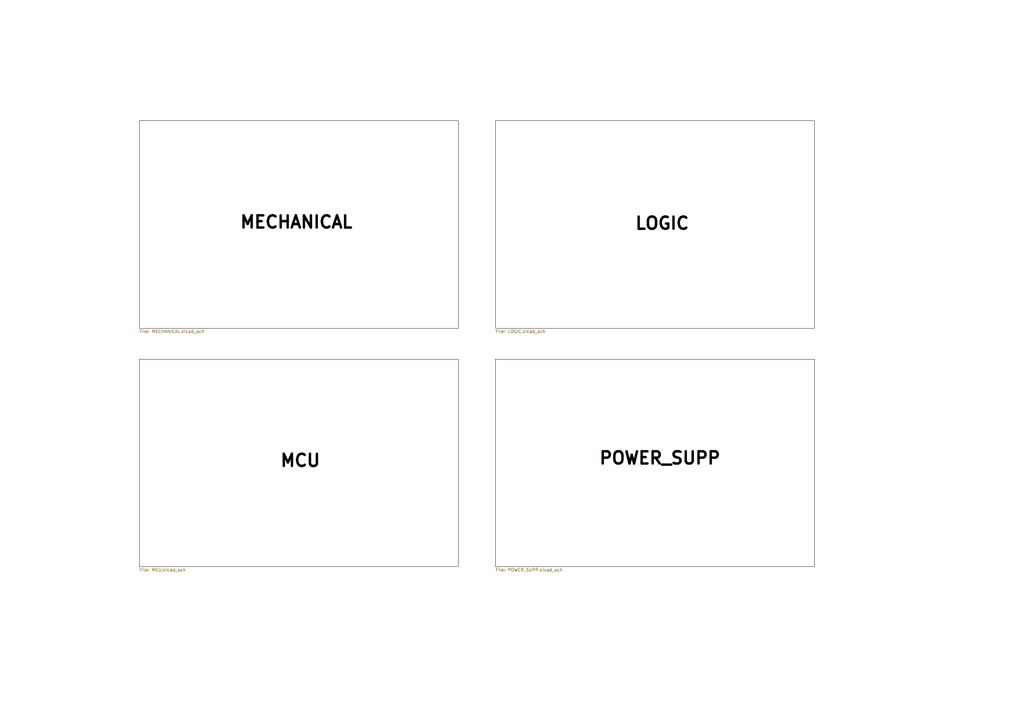
<source format=kicad_sch>
(kicad_sch
	(version 20231120)
	(generator "eeschema")
	(generator_version "8.0")
	(uuid "baf3888c-a3d4-4602-9f44-a142638bf2bb")
	(paper "A3")
	(title_block
		(title "SchrackPanel")
		(date "2024-03-27")
	)
	(lib_symbols)
	(text "Today"
		(exclude_from_sim no)
		(at 1536.7 590.55 0)
		(effects
			(font
				(size 1.27 1.27)
			)
			(justify left bottom)
		)
		(uuid "6d2d92bf-c679-4946-a3c1-5aadc81b5257")
	)
	(text "(9.2.12024)"
		(exclude_from_sim no)
		(at 1579.88 590.55 0)
		(effects
			(font
				(size 1.27 1.27)
			)
			(justify left bottom)
		)
		(uuid "75427c9a-e895-414f-9e7b-acbc0bd65c35")
	)
	(sheet
		(at 57.15 49.53)
		(size 130.81 85.09)
		(stroke
			(width 0.1524)
			(type solid)
			(color 0 0 0 1)
		)
		(fill
			(color 255 255 255 1.0000)
		)
		(uuid "136065d1-8cd5-4f21-9d2d-f68724c0958e")
		(property "Sheetname" "MECHANICAL"
			(at 98.044 93.98 0)
			(effects
				(font
					(size 5 5)
					(bold yes)
					(color 0 0 0 1)
				)
				(justify left bottom)
			)
		)
		(property "Sheetfile" "MECHANICAL.kicad_sch"
			(at 57.15 135.2046 0)
			(effects
				(font
					(size 1.27 1.27)
				)
				(justify left top)
			)
		)
		(instances
			(project "ShrackThingy"
				(path "/baf3888c-a3d4-4602-9f44-a142638bf2bb"
					(page "4")
				)
			)
		)
	)
	(sheet
		(at 203.2 147.32)
		(size 130.81 85.09)
		(stroke
			(width 0.1524)
			(type solid)
			(color 0 0 0 1)
		)
		(fill
			(color 255 255 255 1.0000)
		)
		(uuid "4d67781b-d162-4b47-9045-c2866ffbd3c9")
		(property "Sheetname" "POWER_SUPP"
			(at 245.364 190.754 0)
			(effects
				(font
					(size 5 5)
					(bold yes)
					(color 0 0 0 1)
				)
				(justify left bottom)
			)
		)
		(property "Sheetfile" "POWER_SUPP.kicad_sch"
			(at 203.2 232.9946 0)
			(effects
				(font
					(size 1.27 1.27)
				)
				(justify left top)
			)
		)
		(instances
			(project "ShrackThingy"
				(path "/baf3888c-a3d4-4602-9f44-a142638bf2bb"
					(page "5")
				)
			)
		)
	)
	(sheet
		(at 203.2 49.53)
		(size 130.81 85.09)
		(stroke
			(width 0.1524)
			(type solid)
			(color 0 0 0 1)
		)
		(fill
			(color 255 255 255 1.0000)
		)
		(uuid "841ce6bb-916d-4fd6-a4d0-a9a052c47219")
		(property "Sheetname" "LOGIC"
			(at 260.096 94.488 0)
			(effects
				(font
					(size 5 5)
					(bold yes)
					(color 0 0 0 1)
				)
				(justify left bottom)
			)
		)
		(property "Sheetfile" "LOGIC.kicad_sch"
			(at 203.2 135.2046 0)
			(effects
				(font
					(size 1.27 1.27)
				)
				(justify left top)
			)
		)
		(instances
			(project "ShrackThingy"
				(path "/baf3888c-a3d4-4602-9f44-a142638bf2bb"
					(page "3")
				)
			)
		)
	)
	(sheet
		(at 57.15 147.32)
		(size 130.81 85.09)
		(stroke
			(width 0.1524)
			(type solid)
			(color 0 0 0 1)
		)
		(fill
			(color 255 255 255 1.0000)
		)
		(uuid "c4f82483-f802-4419-b8e3-223ccf337c82")
		(property "Sheetname" "MCU"
			(at 114.554 191.77 0)
			(effects
				(font
					(size 5 5)
					(bold yes)
					(color 0 0 0 1)
				)
				(justify left bottom)
			)
		)
		(property "Sheetfile" "MCU.kicad_sch"
			(at 57.15 232.9946 0)
			(effects
				(font
					(size 1.27 1.27)
				)
				(justify left top)
			)
		)
		(instances
			(project "ShrackThingy"
				(path "/baf3888c-a3d4-4602-9f44-a142638bf2bb"
					(page "2")
				)
			)
		)
	)
	(sheet_instances
		(path "/"
			(page "1")
		)
	)
)

</source>
